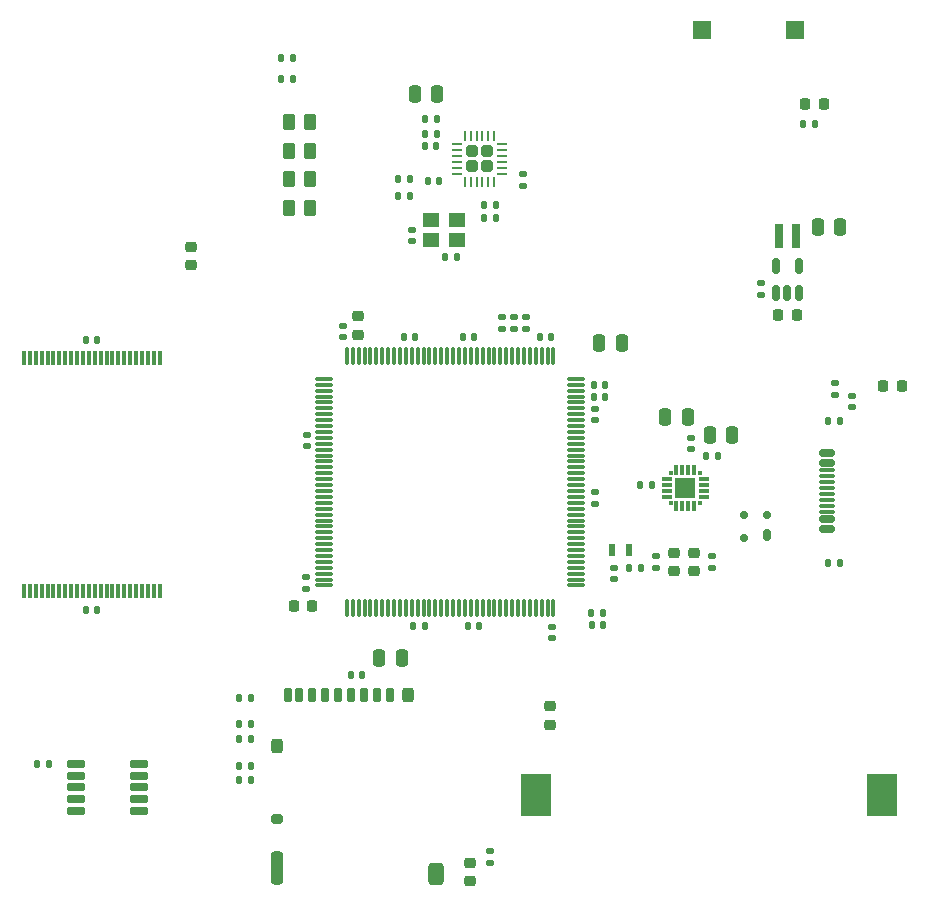
<source format=gtp>
G04 #@! TF.GenerationSoftware,KiCad,Pcbnew,8.0.5-1.fc40*
G04 #@! TF.CreationDate,2024-10-08T11:32:39-07:00*
G04 #@! TF.ProjectId,stm32simh,73746d33-3273-4696-9d68-2e6b69636164,rev?*
G04 #@! TF.SameCoordinates,Original*
G04 #@! TF.FileFunction,Paste,Top*
G04 #@! TF.FilePolarity,Positive*
%FSLAX46Y46*%
G04 Gerber Fmt 4.6, Leading zero omitted, Abs format (unit mm)*
G04 Created by KiCad (PCBNEW 8.0.5-1.fc40) date 2024-10-08 11:32:39*
%MOMM*%
%LPD*%
G01*
G04 APERTURE LIST*
G04 Aperture macros list*
%AMRoundRect*
0 Rectangle with rounded corners*
0 $1 Rounding radius*
0 $2 $3 $4 $5 $6 $7 $8 $9 X,Y pos of 4 corners*
0 Add a 4 corners polygon primitive as box body*
4,1,4,$2,$3,$4,$5,$6,$7,$8,$9,$2,$3,0*
0 Add four circle primitives for the rounded corners*
1,1,$1+$1,$2,$3*
1,1,$1+$1,$4,$5*
1,1,$1+$1,$6,$7*
1,1,$1+$1,$8,$9*
0 Add four rect primitives between the rounded corners*
20,1,$1+$1,$2,$3,$4,$5,0*
20,1,$1+$1,$4,$5,$6,$7,0*
20,1,$1+$1,$6,$7,$8,$9,0*
20,1,$1+$1,$8,$9,$2,$3,0*%
G04 Aperture macros list end*
%ADD10RoundRect,0.135000X-0.185000X0.135000X-0.185000X-0.135000X0.185000X-0.135000X0.185000X0.135000X0*%
%ADD11RoundRect,0.225000X0.250000X-0.225000X0.250000X0.225000X-0.250000X0.225000X-0.250000X-0.225000X0*%
%ADD12RoundRect,0.218750X0.218750X0.256250X-0.218750X0.256250X-0.218750X-0.256250X0.218750X-0.256250X0*%
%ADD13RoundRect,0.135000X0.185000X-0.135000X0.185000X0.135000X-0.185000X0.135000X-0.185000X-0.135000X0*%
%ADD14RoundRect,0.140000X0.170000X-0.140000X0.170000X0.140000X-0.170000X0.140000X-0.170000X-0.140000X0*%
%ADD15RoundRect,0.135000X-0.135000X-0.185000X0.135000X-0.185000X0.135000X0.185000X-0.135000X0.185000X0*%
%ADD16RoundRect,0.140000X-0.140000X-0.170000X0.140000X-0.170000X0.140000X0.170000X-0.140000X0.170000X0*%
%ADD17RoundRect,0.250000X-0.262500X-0.450000X0.262500X-0.450000X0.262500X0.450000X-0.262500X0.450000X0*%
%ADD18RoundRect,0.250000X-0.250000X-0.475000X0.250000X-0.475000X0.250000X0.475000X-0.250000X0.475000X0*%
%ADD19RoundRect,0.140000X0.140000X0.170000X-0.140000X0.170000X-0.140000X-0.170000X0.140000X-0.170000X0*%
%ADD20RoundRect,0.250000X0.250000X0.475000X-0.250000X0.475000X-0.250000X-0.475000X0.250000X-0.475000X0*%
%ADD21RoundRect,0.175000X-0.175000X-0.425000X0.175000X-0.425000X0.175000X0.425000X-0.175000X0.425000X0*%
%ADD22RoundRect,0.200000X-0.300000X-0.200000X0.300000X-0.200000X0.300000X0.200000X-0.300000X0.200000X0*%
%ADD23RoundRect,0.250000X-0.250000X-0.350000X0.250000X-0.350000X0.250000X0.350000X-0.250000X0.350000X0*%
%ADD24RoundRect,0.250000X-0.250000X-1.150000X0.250000X-1.150000X0.250000X1.150000X-0.250000X1.150000X0*%
%ADD25RoundRect,0.325000X-0.325000X-0.625000X0.325000X-0.625000X0.325000X0.625000X-0.325000X0.625000X0*%
%ADD26RoundRect,0.250000X0.255000X-0.255000X0.255000X0.255000X-0.255000X0.255000X-0.255000X-0.255000X0*%
%ADD27RoundRect,0.062500X0.062500X-0.375000X0.062500X0.375000X-0.062500X0.375000X-0.062500X-0.375000X0*%
%ADD28RoundRect,0.062500X0.375000X-0.062500X0.375000X0.062500X-0.375000X0.062500X-0.375000X-0.062500X0*%
%ADD29RoundRect,0.140000X-0.170000X0.140000X-0.170000X-0.140000X0.170000X-0.140000X0.170000X0.140000X0*%
%ADD30RoundRect,0.150000X0.500000X-0.150000X0.500000X0.150000X-0.500000X0.150000X-0.500000X-0.150000X0*%
%ADD31RoundRect,0.075000X0.575000X-0.075000X0.575000X0.075000X-0.575000X0.075000X-0.575000X-0.075000X0*%
%ADD32RoundRect,0.225000X-0.225000X-0.250000X0.225000X-0.250000X0.225000X0.250000X-0.225000X0.250000X0*%
%ADD33RoundRect,0.150000X-0.637500X-0.150000X0.637500X-0.150000X0.637500X0.150000X-0.637500X0.150000X0*%
%ADD34R,2.600000X3.600000*%
%ADD35RoundRect,0.147500X-0.147500X-0.172500X0.147500X-0.172500X0.147500X0.172500X-0.147500X0.172500X0*%
%ADD36RoundRect,0.218750X-0.256250X0.218750X-0.256250X-0.218750X0.256250X-0.218750X0.256250X0.218750X0*%
%ADD37RoundRect,0.175000X0.175000X0.325000X-0.175000X0.325000X-0.175000X-0.325000X0.175000X-0.325000X0*%
%ADD38RoundRect,0.150000X0.200000X0.150000X-0.200000X0.150000X-0.200000X-0.150000X0.200000X-0.150000X0*%
%ADD39RoundRect,0.075000X0.662500X0.075000X-0.662500X0.075000X-0.662500X-0.075000X0.662500X-0.075000X0*%
%ADD40RoundRect,0.075000X0.075000X0.662500X-0.075000X0.662500X-0.075000X-0.662500X0.075000X-0.662500X0*%
%ADD41R,0.600000X1.100000*%
%ADD42R,1.800000X1.800000*%
%ADD43R,0.300000X0.300000*%
%ADD44R,0.900000X0.300000*%
%ADD45R,0.300000X0.900000*%
%ADD46RoundRect,0.147500X-0.172500X0.147500X-0.172500X-0.147500X0.172500X-0.147500X0.172500X0.147500X0*%
%ADD47R,1.500000X1.500000*%
%ADD48RoundRect,0.135000X0.135000X0.185000X-0.135000X0.185000X-0.135000X-0.185000X0.135000X-0.185000X0*%
%ADD49RoundRect,0.225000X-0.250000X0.225000X-0.250000X-0.225000X0.250000X-0.225000X0.250000X0.225000X0*%
%ADD50R,0.300000X1.300000*%
%ADD51RoundRect,0.218750X-0.218750X-0.256250X0.218750X-0.256250X0.218750X0.256250X-0.218750X0.256250X0*%
%ADD52R,1.400000X1.200000*%
%ADD53R,0.700000X2.000000*%
%ADD54RoundRect,0.150000X0.150000X-0.512500X0.150000X0.512500X-0.150000X0.512500X-0.150000X-0.512500X0*%
%ADD55RoundRect,0.225000X0.225000X0.250000X-0.225000X0.250000X-0.225000X-0.250000X0.225000X-0.250000X0*%
%ADD56RoundRect,0.218750X0.256250X-0.218750X0.256250X0.218750X-0.256250X0.218750X-0.256250X-0.218750X0*%
G04 APERTURE END LIST*
D10*
X175150000Y-52859000D03*
X175150000Y-53879000D03*
D11*
X141000000Y-57275000D03*
X141000000Y-55725000D03*
D12*
X187087500Y-61600000D03*
X185512500Y-61600000D03*
D13*
X181400000Y-62410000D03*
X181400000Y-61390000D03*
D14*
X169250000Y-66980000D03*
X169250000Y-66020000D03*
D15*
X180845000Y-64570000D03*
X181865000Y-64570000D03*
D16*
X170520000Y-67500000D03*
X171480000Y-67500000D03*
D13*
X155250000Y-56760000D03*
X155250000Y-55740000D03*
D17*
X135187500Y-44100000D03*
X137012500Y-44100000D03*
D14*
X136600000Y-78780000D03*
X136600000Y-77820000D03*
D18*
X170800000Y-65750000D03*
X172700000Y-65750000D03*
D19*
X147680000Y-41250000D03*
X146720000Y-41250000D03*
D20*
X168950000Y-64250000D03*
X167050000Y-64250000D03*
D10*
X152250000Y-100990000D03*
X152250000Y-102010000D03*
D18*
X145850000Y-36900000D03*
X147750000Y-36900000D03*
D21*
X143745000Y-87810000D03*
X142645000Y-87810000D03*
X141545000Y-87810000D03*
X140445000Y-87810000D03*
X139345000Y-87810000D03*
X138245000Y-87810000D03*
X137145000Y-87810000D03*
X136045000Y-87810000D03*
X135095000Y-87810000D03*
D22*
X134145000Y-98310000D03*
D23*
X134145000Y-92110000D03*
D24*
X134145000Y-102460000D03*
D23*
X145295000Y-87810000D03*
D25*
X147645000Y-102910000D03*
D15*
X164890000Y-70000000D03*
X165910000Y-70000000D03*
D26*
X150700000Y-43000000D03*
X151950000Y-43000000D03*
X150700000Y-41750000D03*
X151950000Y-41750000D03*
D27*
X150075000Y-44312500D03*
X150575000Y-44312500D03*
X151075000Y-44312500D03*
X151575000Y-44312500D03*
X152075000Y-44312500D03*
X152575000Y-44312500D03*
D28*
X153262500Y-43625000D03*
X153262500Y-43125000D03*
X153262500Y-42625000D03*
X153262500Y-42125000D03*
X153262500Y-41625000D03*
X153262500Y-41125000D03*
D27*
X152575000Y-40437500D03*
X152075000Y-40437500D03*
X151575000Y-40437500D03*
X151075000Y-40437500D03*
X150575000Y-40437500D03*
X150075000Y-40437500D03*
D28*
X149387500Y-41125000D03*
X149387500Y-41625000D03*
X149387500Y-42125000D03*
X149387500Y-42625000D03*
X149387500Y-43125000D03*
X149387500Y-43625000D03*
D18*
X179950000Y-48119000D03*
X181850000Y-48119000D03*
D16*
X148420000Y-50700000D03*
X149380000Y-50700000D03*
X144920000Y-57500000D03*
X145880000Y-57500000D03*
D29*
X161100000Y-70620000D03*
X161100000Y-71580000D03*
D14*
X161100000Y-64480000D03*
X161100000Y-63520000D03*
D30*
X180755000Y-73700000D03*
X180755000Y-72900000D03*
D31*
X180755000Y-71750000D03*
X180755000Y-70750000D03*
X180755000Y-70250000D03*
X180755000Y-69250000D03*
D30*
X180755000Y-68100000D03*
X180755000Y-67300000D03*
X180755000Y-67300000D03*
X180755000Y-68100000D03*
D31*
X180755000Y-68750000D03*
X180755000Y-69750000D03*
X180755000Y-71250000D03*
X180755000Y-72250000D03*
D30*
X180755000Y-72900000D03*
X180755000Y-73700000D03*
D15*
X178690000Y-39450000D03*
X179710000Y-39450000D03*
D32*
X176625000Y-55619000D03*
X178175000Y-55619000D03*
D15*
X130990000Y-91500000D03*
X132010000Y-91500000D03*
D17*
X135187500Y-46500000D03*
X137012500Y-46500000D03*
D33*
X117187500Y-93600000D03*
X117187500Y-94600000D03*
X117187500Y-95600000D03*
X117187500Y-96600000D03*
X117187500Y-97600000D03*
X122512500Y-97600000D03*
X122512500Y-96600000D03*
X122512500Y-95600000D03*
X122512500Y-94600000D03*
X122512500Y-93600000D03*
D34*
X156100000Y-96250000D03*
X185400000Y-96250000D03*
D18*
X142850000Y-84600000D03*
X144750000Y-84600000D03*
D35*
X144465000Y-45500000D03*
X145435000Y-45500000D03*
D36*
X169500000Y-75722500D03*
X169500000Y-77297500D03*
D16*
X161020000Y-62500000D03*
X161980000Y-62500000D03*
D37*
X175700000Y-74250000D03*
D38*
X175700000Y-72550000D03*
X173700000Y-72550000D03*
X173700000Y-74450000D03*
D15*
X130990000Y-90250000D03*
X132010000Y-90250000D03*
D16*
X118020000Y-80600000D03*
X118980000Y-80600000D03*
D39*
X159500000Y-78500000D03*
X159500000Y-78000000D03*
X159500000Y-77500000D03*
X159500000Y-77000000D03*
X159500000Y-76500000D03*
X159500000Y-76000000D03*
X159500000Y-75500000D03*
X159500000Y-75000000D03*
X159500000Y-74500000D03*
X159500000Y-74000000D03*
X159500000Y-73500000D03*
X159500000Y-73000000D03*
X159500000Y-72500000D03*
X159500000Y-72000000D03*
X159500000Y-71500000D03*
X159500000Y-71000000D03*
X159500000Y-70500000D03*
X159500000Y-70000000D03*
X159500000Y-69500000D03*
X159500000Y-69000000D03*
X159500000Y-68500000D03*
X159500000Y-68000000D03*
X159500000Y-67500000D03*
X159500000Y-67000000D03*
X159500000Y-66500000D03*
X159500000Y-66000000D03*
X159500000Y-65500000D03*
X159500000Y-65000000D03*
X159500000Y-64500000D03*
X159500000Y-64000000D03*
X159500000Y-63500000D03*
X159500000Y-63000000D03*
X159500000Y-62500000D03*
X159500000Y-62000000D03*
X159500000Y-61500000D03*
X159500000Y-61000000D03*
D40*
X157587500Y-59087500D03*
X157087500Y-59087500D03*
X156587500Y-59087500D03*
X156087500Y-59087500D03*
X155587500Y-59087500D03*
X155087500Y-59087500D03*
X154587500Y-59087500D03*
X154087500Y-59087500D03*
X153587500Y-59087500D03*
X153087500Y-59087500D03*
X152587500Y-59087500D03*
X152087500Y-59087500D03*
X151587500Y-59087500D03*
X151087500Y-59087500D03*
X150587500Y-59087500D03*
X150087500Y-59087500D03*
X149587500Y-59087500D03*
X149087500Y-59087500D03*
X148587500Y-59087500D03*
X148087500Y-59087500D03*
X147587500Y-59087500D03*
X147087500Y-59087500D03*
X146587500Y-59087500D03*
X146087500Y-59087500D03*
X145587500Y-59087500D03*
X145087500Y-59087500D03*
X144587500Y-59087500D03*
X144087500Y-59087500D03*
X143587500Y-59087500D03*
X143087500Y-59087500D03*
X142587500Y-59087500D03*
X142087500Y-59087500D03*
X141587500Y-59087500D03*
X141087500Y-59087500D03*
X140587500Y-59087500D03*
X140087500Y-59087500D03*
D39*
X138175000Y-61000000D03*
X138175000Y-61500000D03*
X138175000Y-62000000D03*
X138175000Y-62500000D03*
X138175000Y-63000000D03*
X138175000Y-63500000D03*
X138175000Y-64000000D03*
X138175000Y-64500000D03*
X138175000Y-65000000D03*
X138175000Y-65500000D03*
X138175000Y-66000000D03*
X138175000Y-66500000D03*
X138175000Y-67000000D03*
X138175000Y-67500000D03*
X138175000Y-68000000D03*
X138175000Y-68500000D03*
X138175000Y-69000000D03*
X138175000Y-69500000D03*
X138175000Y-70000000D03*
X138175000Y-70500000D03*
X138175000Y-71000000D03*
X138175000Y-71500000D03*
X138175000Y-72000000D03*
X138175000Y-72500000D03*
X138175000Y-73000000D03*
X138175000Y-73500000D03*
X138175000Y-74000000D03*
X138175000Y-74500000D03*
X138175000Y-75000000D03*
X138175000Y-75500000D03*
X138175000Y-76000000D03*
X138175000Y-76500000D03*
X138175000Y-77000000D03*
X138175000Y-77500000D03*
X138175000Y-78000000D03*
X138175000Y-78500000D03*
D40*
X140087500Y-80412500D03*
X140587500Y-80412500D03*
X141087500Y-80412500D03*
X141587500Y-80412500D03*
X142087500Y-80412500D03*
X142587500Y-80412500D03*
X143087500Y-80412500D03*
X143587500Y-80412500D03*
X144087500Y-80412500D03*
X144587500Y-80412500D03*
X145087500Y-80412500D03*
X145587500Y-80412500D03*
X146087500Y-80412500D03*
X146587500Y-80412500D03*
X147087500Y-80412500D03*
X147587500Y-80412500D03*
X148087500Y-80412500D03*
X148587500Y-80412500D03*
X149087500Y-80412500D03*
X149587500Y-80412500D03*
X150087500Y-80412500D03*
X150587500Y-80412500D03*
X151087500Y-80412500D03*
X151587500Y-80412500D03*
X152087500Y-80412500D03*
X152587500Y-80412500D03*
X153087500Y-80412500D03*
X153587500Y-80412500D03*
X154087500Y-80412500D03*
X154587500Y-80412500D03*
X155087500Y-80412500D03*
X155587500Y-80412500D03*
X156087500Y-80412500D03*
X156587500Y-80412500D03*
X157087500Y-80412500D03*
X157587500Y-80412500D03*
D13*
X154250000Y-56760000D03*
X154250000Y-55740000D03*
D41*
X162550000Y-75500000D03*
X163950000Y-75500000D03*
D42*
X168750000Y-70250000D03*
D43*
X170000000Y-71500000D03*
D44*
X170300000Y-71000000D03*
X170300000Y-70500000D03*
X170300000Y-70000000D03*
X170300000Y-69500000D03*
D43*
X170000000Y-69000000D03*
D45*
X169500000Y-68700000D03*
X169000000Y-68700000D03*
X168500000Y-68700000D03*
X168000000Y-68700000D03*
D43*
X167500000Y-69000000D03*
D44*
X167200000Y-69500000D03*
X167200000Y-70000000D03*
X167200000Y-70500000D03*
X167200000Y-71000000D03*
D43*
X167500000Y-71500000D03*
D45*
X168000000Y-71800000D03*
X168500000Y-71800000D03*
X169000000Y-71800000D03*
X169500000Y-71800000D03*
D14*
X136700000Y-66680000D03*
X136700000Y-65720000D03*
D17*
X135187500Y-41700000D03*
X137012500Y-41700000D03*
D10*
X166250000Y-76000000D03*
X166250000Y-77020000D03*
D29*
X155000000Y-43700000D03*
X155000000Y-44660000D03*
D46*
X182900000Y-62415000D03*
X182900000Y-63385000D03*
D47*
X170200000Y-31500000D03*
X178000000Y-31500000D03*
D48*
X135510000Y-35600000D03*
X134490000Y-35600000D03*
D15*
X130990000Y-93750000D03*
X132010000Y-93750000D03*
D14*
X145600000Y-49360000D03*
X145600000Y-48400000D03*
D48*
X181865000Y-76570000D03*
X180845000Y-76570000D03*
D19*
X147930000Y-44250000D03*
X146970000Y-44250000D03*
D36*
X167750000Y-75722500D03*
X167750000Y-77297500D03*
D49*
X126900000Y-49825000D03*
X126900000Y-51375000D03*
D15*
X146690000Y-39000000D03*
X147710000Y-39000000D03*
D19*
X152680000Y-47400000D03*
X151720000Y-47400000D03*
D50*
X112750000Y-78950000D03*
X113250000Y-78950000D03*
X113750000Y-78950000D03*
X114250000Y-78950000D03*
X114750000Y-78950000D03*
X115250000Y-78950000D03*
X115750000Y-78950000D03*
X116250000Y-78950000D03*
X116750000Y-78950000D03*
X117250000Y-78950000D03*
X117750000Y-78950000D03*
X118250000Y-78950000D03*
X118750000Y-78950000D03*
X119250000Y-78950000D03*
X119750000Y-78950000D03*
X120250000Y-78950000D03*
X120750000Y-78950000D03*
X121250000Y-78950000D03*
X121750000Y-78950000D03*
X122250000Y-78950000D03*
X122750000Y-78950000D03*
X123250000Y-78950000D03*
X123750000Y-78950000D03*
X124250000Y-78950000D03*
X124250000Y-59250000D03*
X123750000Y-59250000D03*
X123250000Y-59250000D03*
X122750000Y-59250000D03*
X122250000Y-59250000D03*
X121750000Y-59250000D03*
X121250000Y-59250000D03*
X120750000Y-59250000D03*
X120250000Y-59250000D03*
X119750000Y-59250000D03*
X119250000Y-59250000D03*
X118750000Y-59250000D03*
X118250000Y-59250000D03*
X117750000Y-59250000D03*
X117250000Y-59250000D03*
X116750000Y-59250000D03*
X116250000Y-59250000D03*
X115750000Y-59250000D03*
X115250000Y-59250000D03*
X114750000Y-59250000D03*
X114250000Y-59250000D03*
X113750000Y-59250000D03*
X113250000Y-59250000D03*
X112750000Y-59250000D03*
D18*
X161450000Y-58000000D03*
X163350000Y-58000000D03*
D48*
X145410000Y-44100000D03*
X144390000Y-44100000D03*
D29*
X157500000Y-82020000D03*
X157500000Y-82980000D03*
D51*
X178912500Y-37700000D03*
X180487500Y-37700000D03*
D52*
X147250000Y-49230000D03*
X149450000Y-49230000D03*
X149450000Y-47530000D03*
X147250000Y-47530000D03*
D15*
X134480000Y-33800000D03*
X135500000Y-33800000D03*
D14*
X139750000Y-57480000D03*
X139750000Y-56520000D03*
D36*
X157300000Y-88712500D03*
X157300000Y-90287500D03*
D16*
X156420000Y-57500000D03*
X157380000Y-57500000D03*
D15*
X130990000Y-95000000D03*
X132010000Y-95000000D03*
D19*
X114850000Y-93600000D03*
X113890000Y-93600000D03*
D48*
X161810000Y-80800000D03*
X160790000Y-80800000D03*
D53*
X176675000Y-48869000D03*
X178125000Y-48869000D03*
D16*
X160820000Y-81870000D03*
X161780000Y-81870000D03*
D19*
X152680000Y-46300000D03*
X151720000Y-46300000D03*
X146680000Y-81900000D03*
X145720000Y-81900000D03*
D16*
X164020000Y-77000000D03*
X164980000Y-77000000D03*
D54*
X176450000Y-53756500D03*
X177400000Y-53756500D03*
X178350000Y-53756500D03*
X178350000Y-51481500D03*
X176450000Y-51481500D03*
D10*
X171000000Y-76000000D03*
X171000000Y-77020000D03*
D16*
X140420000Y-86100000D03*
X141380000Y-86100000D03*
D55*
X137175000Y-80200000D03*
X135625000Y-80200000D03*
D16*
X161020000Y-61500000D03*
X161980000Y-61500000D03*
D15*
X130990000Y-88000000D03*
X132010000Y-88000000D03*
D16*
X149920000Y-57500000D03*
X150880000Y-57500000D03*
D17*
X135187500Y-39300000D03*
X137012500Y-39300000D03*
D13*
X153250000Y-56760000D03*
X153250000Y-55740000D03*
D56*
X150500000Y-103537500D03*
X150500000Y-101962500D03*
D29*
X162750000Y-77020000D03*
X162750000Y-77980000D03*
D15*
X146690000Y-40250000D03*
X147710000Y-40250000D03*
D19*
X151300000Y-81900000D03*
X150340000Y-81900000D03*
D16*
X118020000Y-57700000D03*
X118980000Y-57700000D03*
M02*

</source>
